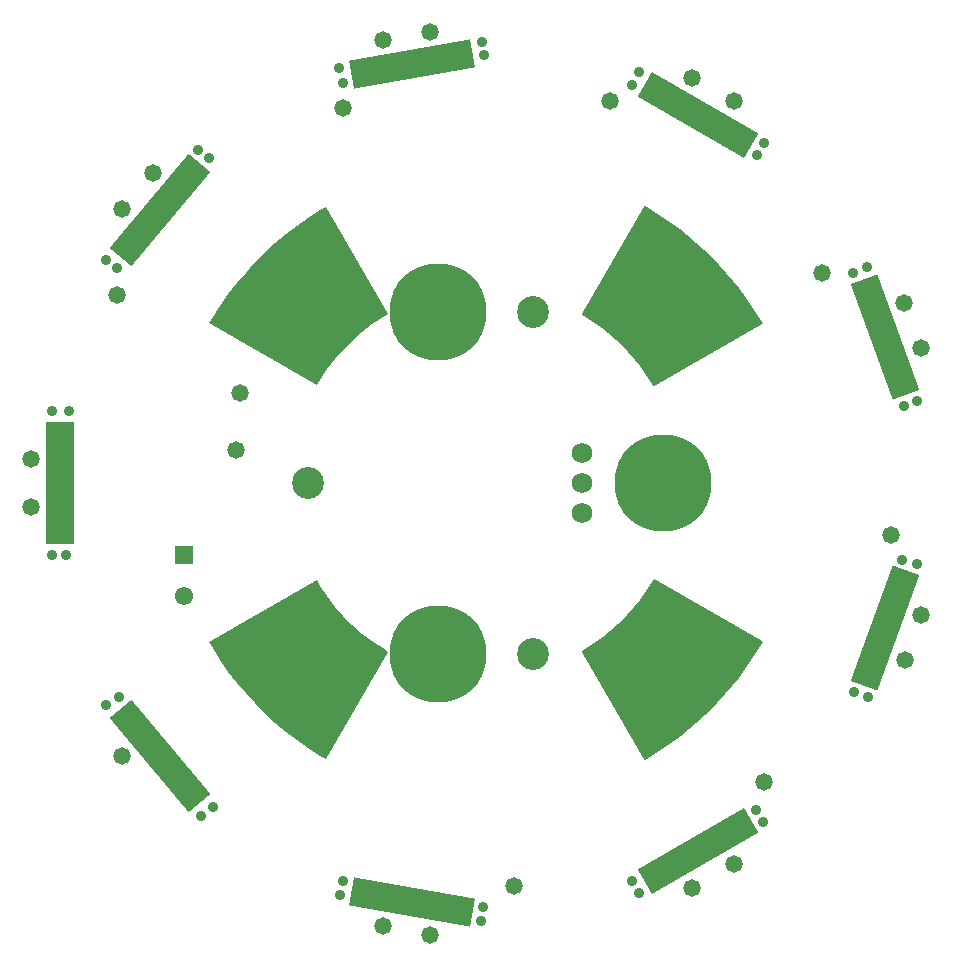
<source format=gts>
G04*
G04 #@! TF.GenerationSoftware,Altium Limited,Altium Designer,21.7.2 (23)*
G04*
G04 Layer_Color=8388736*
%FSLAX25Y25*%
%MOIN*%
G70*
G04*
G04 #@! TF.SameCoordinates,D2632727-04CE-4768-A3A0-452A1BE06696*
G04*
G04*
G04 #@! TF.FilePolarity,Negative*
G04*
G01*
G75*
%ADD10C,0.00500*%
%ADD11R,0.09461X0.40958*%
G04:AMPARAMS|DCode=12|XSize=94.61mil|YSize=409.58mil|CornerRadius=0mil|HoleSize=0mil|Usage=FLASHONLY|Rotation=320.000|XOffset=0mil|YOffset=0mil|HoleType=Round|Shape=Rectangle|*
%AMROTATEDRECTD12*
4,1,4,-0.16787,-0.12647,0.09539,0.18729,0.16787,0.12647,-0.09539,-0.18729,-0.16787,-0.12647,0.0*
%
%ADD12ROTATEDRECTD12*%

G04:AMPARAMS|DCode=13|XSize=94.61mil|YSize=409.58mil|CornerRadius=0mil|HoleSize=0mil|Usage=FLASHONLY|Rotation=280.000|XOffset=0mil|YOffset=0mil|HoleType=Round|Shape=Rectangle|*
%AMROTATEDRECTD13*
4,1,4,-0.20989,0.01103,0.19346,0.08215,0.20989,-0.01103,-0.19346,-0.08215,-0.20989,0.01103,0.0*
%
%ADD13ROTATEDRECTD13*%

G04:AMPARAMS|DCode=14|XSize=94.61mil|YSize=409.58mil|CornerRadius=0mil|HoleSize=0mil|Usage=FLASHONLY|Rotation=240.000|XOffset=0mil|YOffset=0mil|HoleType=Round|Shape=Rectangle|*
%AMROTATEDRECTD14*
4,1,4,-0.15370,0.14336,0.20100,-0.06143,0.15370,-0.14336,-0.20100,0.06143,-0.15370,0.14336,0.0*
%
%ADD14ROTATEDRECTD14*%

G04:AMPARAMS|DCode=15|XSize=94.61mil|YSize=409.58mil|CornerRadius=0mil|HoleSize=0mil|Usage=FLASHONLY|Rotation=200.000|XOffset=0mil|YOffset=0mil|HoleType=Round|Shape=Rectangle|*
%AMROTATEDRECTD15*
4,1,4,-0.02559,0.20862,0.11450,-0.17626,0.02559,-0.20862,-0.11450,0.17626,-0.02559,0.20862,0.0*
%
%ADD15ROTATEDRECTD15*%

G04:AMPARAMS|DCode=16|XSize=94.61mil|YSize=409.58mil|CornerRadius=0mil|HoleSize=0mil|Usage=FLASHONLY|Rotation=160.000|XOffset=0mil|YOffset=0mil|HoleType=Round|Shape=Rectangle|*
%AMROTATEDRECTD16*
4,1,4,0.11450,0.17626,-0.02559,-0.20862,-0.11450,-0.17626,0.02559,0.20862,0.11450,0.17626,0.0*
%
%ADD16ROTATEDRECTD16*%

G04:AMPARAMS|DCode=17|XSize=94.61mil|YSize=409.58mil|CornerRadius=0mil|HoleSize=0mil|Usage=FLASHONLY|Rotation=120.000|XOffset=0mil|YOffset=0mil|HoleType=Round|Shape=Rectangle|*
%AMROTATEDRECTD17*
4,1,4,0.20100,0.06143,-0.15370,-0.14336,-0.20100,-0.06143,0.15370,0.14336,0.20100,0.06143,0.0*
%
%ADD17ROTATEDRECTD17*%

G04:AMPARAMS|DCode=18|XSize=94.61mil|YSize=409.58mil|CornerRadius=0mil|HoleSize=0mil|Usage=FLASHONLY|Rotation=80.000|XOffset=0mil|YOffset=0mil|HoleType=Round|Shape=Rectangle|*
%AMROTATEDRECTD18*
4,1,4,0.19346,-0.08215,-0.20989,-0.01103,-0.19346,0.08215,0.20989,0.01103,0.19346,-0.08215,0.0*
%
%ADD18ROTATEDRECTD18*%

G04:AMPARAMS|DCode=19|XSize=94.61mil|YSize=409.58mil|CornerRadius=0mil|HoleSize=0mil|Usage=FLASHONLY|Rotation=40.000|XOffset=0mil|YOffset=0mil|HoleType=Round|Shape=Rectangle|*
%AMROTATEDRECTD19*
4,1,4,0.09539,-0.18729,-0.16787,0.12647,-0.09539,0.18729,0.16787,-0.12647,0.09539,-0.18729,0.0*
%
%ADD19ROTATEDRECTD19*%

%ADD20C,0.10642*%
%ADD21R,0.06115X0.06115*%
%ADD22C,0.06115*%
%ADD23C,0.32296*%
%ADD24C,0.06902*%
%ADD25C,0.03556*%
%ADD26C,0.05800*%
%ADD27C,0.02375*%
G36*
X-56258Y-32480D02*
X-55165Y-34304D01*
X-52803Y-37838D01*
X-50215Y-41211D01*
X-47412Y-44407D01*
X-44407Y-47412D01*
X-41211Y-50215D01*
X-37838Y-52803D01*
X-34304Y-55165D01*
X-32480Y-56258D01*
X-53150Y-92058D01*
X-55158Y-90898D01*
X-59071Y-88406D01*
X-62871Y-85745D01*
X-66551Y-82921D01*
X-70105Y-79939D01*
X-73525Y-76805D01*
X-76805Y-73525D01*
X-79939Y-70105D01*
X-82921Y-66551D01*
X-85745Y-62871D01*
X-88406Y-59071D01*
X-90898Y-55158D01*
X-92058Y-53150D01*
X-56258Y-32480D01*
X-56258Y-32480D01*
D02*
G37*
G36*
X-32480Y56258D02*
X-32480D01*
X-34304Y55165D01*
X-37838Y52803D01*
X-41211Y50215D01*
X-44407Y47412D01*
X-47412Y44407D01*
X-50215Y41211D01*
X-52803Y37838D01*
X-55165Y34304D01*
X-56258Y32480D01*
X-92058Y53150D01*
X-90898Y55158D01*
X-88406Y59071D01*
X-85745Y62871D01*
X-82921Y66551D01*
X-79939Y70105D01*
X-76805Y73525D01*
X-73525Y76805D01*
X-70105Y79939D01*
X-66551Y82921D01*
X-62871Y85745D01*
X-59071Y88406D01*
X-55158Y90898D01*
X-53150Y92058D01*
X-32480Y56258D01*
D02*
G37*
G36*
X92058Y-53150D02*
X92058D01*
X90898Y-55158D01*
X88406Y-59071D01*
X85745Y-62871D01*
X82921Y-66551D01*
X79939Y-70105D01*
X76805Y-73525D01*
X73525Y-76805D01*
X70105Y-79939D01*
X66551Y-82921D01*
X62871Y-85745D01*
X59071Y-88406D01*
X55158Y-90898D01*
X53150Y-92058D01*
X32480Y-56258D01*
Y-56258D01*
X34304Y-55165D01*
X37838Y-52803D01*
X41211Y-50215D01*
X44407Y-47412D01*
X47412Y-44407D01*
X50215Y-41211D01*
X52803Y-37838D01*
X55165Y-34304D01*
X56258Y-32480D01*
X92058Y-53150D01*
D02*
G37*
G36*
X55158Y90898D02*
X59071Y88406D01*
X62871Y85745D01*
X66551Y82921D01*
X70105Y79939D01*
X73525Y76805D01*
X76805Y73525D01*
X79939Y70105D01*
X82921Y66551D01*
X85745Y62871D01*
X88406Y59071D01*
X90898Y55158D01*
X92058Y53150D01*
X56258Y32480D01*
X56257Y32480D01*
X55165Y34304D01*
X52803Y37838D01*
X50215Y41211D01*
X47412Y44407D01*
X44407Y47412D01*
X41211Y50215D01*
X37838Y52803D01*
X34304Y55165D01*
X32480Y56257D01*
X53150Y92058D01*
X55158Y90898D01*
D02*
G37*
D10*
X32480Y-56258D02*
G03*
X56258Y-32480I-32480J56258D01*
G01*
X53150Y-92058D02*
G03*
X92058Y-53150I-53150J92058D01*
G01*
X56258Y32480D02*
G03*
X32480Y56258I-56258J-32480D01*
G01*
X92058Y53150D02*
G03*
X53150Y92058I-92058J-53150D01*
G01*
X32480Y-56258D02*
X53150Y-92058D01*
X56258Y-32480D02*
X92058Y-53150D01*
X56258Y32480D02*
X92058Y53150D01*
X32480Y56258D02*
X53150Y92058D01*
D11*
X-141732Y-0D02*
D03*
D12*
X-108573Y91104D02*
D03*
D13*
X-24612Y139579D02*
D03*
D14*
X70866Y122744D02*
D03*
D15*
X133185Y48475D02*
D03*
D16*
X133185Y-48475D02*
D03*
D17*
X70866Y-122744D02*
D03*
D18*
X-24611Y-139579D02*
D03*
D19*
X-108573Y-91104D02*
D03*
D20*
X15748Y57087D02*
D03*
X-59055Y0D02*
D03*
X15748Y-57087D02*
D03*
D21*
X-100394Y-24016D02*
D03*
D22*
Y-37795D02*
D03*
D23*
X-15748Y57087D02*
D03*
Y-57087D02*
D03*
X59055Y0D02*
D03*
D24*
X32283Y10000D02*
D03*
Y0D02*
D03*
X32283Y-10000D02*
D03*
D25*
X-122047Y-71260D02*
D03*
X-126378Y-74016D02*
D03*
X-94882Y-111024D02*
D03*
X-90945Y-107874D02*
D03*
X-47638Y-132677D02*
D03*
X-48425Y-137402D02*
D03*
X-1575Y-146063D02*
D03*
X-787Y-141339D02*
D03*
X48819Y-132677D02*
D03*
X51181Y-136614D02*
D03*
X92520Y-112992D02*
D03*
X90158Y-109055D02*
D03*
X122835Y-69685D02*
D03*
X127559Y-71260D02*
D03*
X143701Y-27165D02*
D03*
X138976Y-25591D02*
D03*
X143701Y27165D02*
D03*
X139370Y25591D02*
D03*
X122441Y70079D02*
D03*
X127165Y72047D02*
D03*
X92913Y113386D02*
D03*
X90551Y109449D02*
D03*
X48819Y132677D02*
D03*
X51181Y137008D02*
D03*
X-1181Y146850D02*
D03*
X-394Y142520D02*
D03*
X-47638Y133465D02*
D03*
X-48819Y138189D02*
D03*
X-95669Y111024D02*
D03*
X-92126Y108268D02*
D03*
X-122835Y71653D02*
D03*
X-126378Y74410D02*
D03*
X-138976Y24016D02*
D03*
X-144488D02*
D03*
X-139764Y-24016D02*
D03*
X-144488D02*
D03*
D26*
X139764Y-59055D02*
D03*
X68898Y-135039D02*
D03*
Y135039D02*
D03*
X9392Y-134317D02*
D03*
X92902Y-99625D02*
D03*
X-121260Y-90945D02*
D03*
X-34252Y-147638D02*
D03*
X-18504Y-150787D02*
D03*
X82677Y-127165D02*
D03*
X135039Y-17323D02*
D03*
X145276Y-44094D02*
D03*
X139370Y59842D02*
D03*
X145276Y44882D02*
D03*
X82677Y127165D02*
D03*
X-121053Y91220D02*
D03*
X-110855Y103374D02*
D03*
X-18472Y150445D02*
D03*
X-34097Y147690D02*
D03*
X-122776Y62558D02*
D03*
X-151367Y-7933D02*
D03*
Y7933D02*
D03*
X-83071Y10827D02*
D03*
X-81890Y29921D02*
D03*
X112008Y70079D02*
D03*
X41437Y127461D02*
D03*
X-47638Y124803D02*
D03*
D27*
X-54031Y88591D02*
D03*
X55078Y88143D02*
D03*
X87913Y-54747D02*
D03*
X-88591Y-54031D02*
D03*
M02*

</source>
